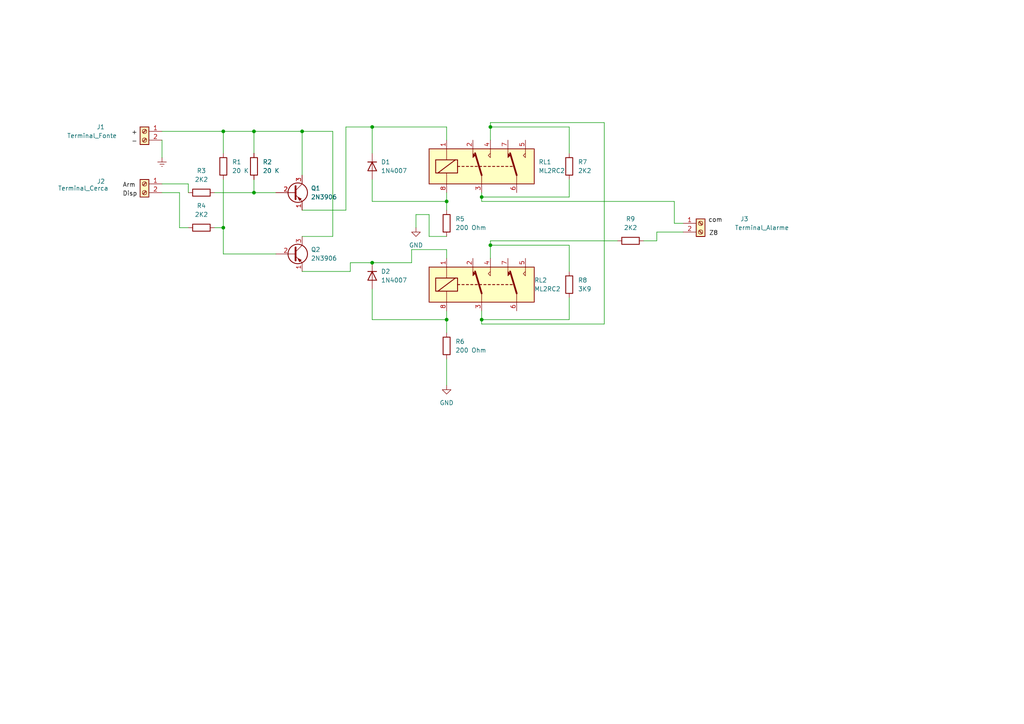
<source format=kicad_sch>
(kicad_sch (version 20211123) (generator eeschema)
  (paper "A4")
  (lib_symbols
    (symbol "Connector:Screw_Terminal_01x02" (pin_names (offset 1.016) hide)
      (property "Reference" "J" (at 0 2.54 0))
      (property "Value" "Screw_Terminal_01x02" (at 0 -5.08 0))
      (symbol "Screw_Terminal_01x02_1_1"
        (rectangle (start -1.27 1.27) (end 1.27 -3.81) (stroke (width 0.254)) (fill (type background)))
        (circle (center 0 -2.54) (radius 0.635) (stroke (width 0.1524)))
        (polyline (pts (xy -0.5334 -2.2098) (xy 0.3302 -3.048)) (stroke (width 0.1524)))
        (polyline (pts (xy -0.5334 0.3302) (xy 0.3302 -0.508)) (stroke (width 0.1524)))
        (polyline (pts (xy -0.3556 -2.032) (xy 0.508 -2.8702)) (stroke (width 0.1524)))
        (polyline (pts (xy -0.3556 0.508) (xy 0.508 -0.3302)) (stroke (width 0.1524)))
        (circle (center 0 0) (radius 0.635) (stroke (width 0.1524)))
        (pin passive line (at -5.08 0 0) (length 3.81) (name "Pin_1") (number "1"))
        (pin passive line (at -5.08 -2.54 0) (length 3.81) (name "Pin_2") (number "2"))
      )
    )
    (symbol "Device:R" (pin_numbers hide) (pin_names (offset 0))
      (property "Reference" "R" (at 2.032 0 90))
      (property "Value" "R" (at 0 0 90))
      (symbol "R_0_1"
        (rectangle (start -1.016 -2.54) (end 1.016 2.54) (stroke (width 0.254)))
      )
      (symbol "R_1_1"
        (pin passive line (at 0 3.81 270) (length 1.27) (name "~") (number "1"))
        (pin passive line (at 0 -3.81 90) (length 1.27) (name "~") (number "2"))
      )
    )
    (symbol "Diode:1N4007" (pin_numbers hide) (pin_names (offset 1.016) hide)
      (property "Reference" "D" (at 0 2.54 0))
      (property "Value" "1N4007" (at 0 -2.54 0))
      (symbol "1N4007_0_1"
        (polyline (pts (xy -1.27 1.27) (xy -1.27 -1.27)) (stroke (width 0.254)))
        (polyline (pts (xy 1.27 0) (xy -1.27 0)))
        (polyline (pts (xy 1.27 1.27) (xy 1.27 -1.27) (xy -1.27 0) (xy 1.27 1.27)) (stroke (width 0.254)))
      )
      (symbol "1N4007_1_1"
        (pin passive line (at -3.81 0 0) (length 2.54) (name "K") (number "1"))
        (pin passive line (at 3.81 0 180) (length 2.54) (name "A") (number "2"))
      )
    )
    (symbol "Relay:G2RL-2-ASI-DC12"
      (property "Reference" "RL" (at 16.51 3.81 0))
      (property "Value" "G2RL-2-ASI-DC12" (at 16.51 1.27 0))
      (symbol "G2RL-2-ASI-DC12_0_1"
        (rectangle (start -15.24 5.08) (end 15.24 -5.08) (stroke (width 0.254)) (fill (type background)))
        (rectangle (start -13.335 1.905) (end -6.985 -1.905) (stroke (width 0.254)))
        (polyline (pts (xy -12.7 -1.905) (xy -7.62 1.905)) (stroke (width 0.254)))
        (polyline (pts (xy -10.16 -5.08) (xy -10.16 -1.905)))
        (polyline (pts (xy -10.16 5.08) (xy -10.16 1.905)))
        (polyline (pts (xy -6.985 0) (xy -6.35 0)) (stroke (width 0.254)))
        (polyline (pts (xy -5.715 0) (xy -5.08 0)) (stroke (width 0.254)))
        (polyline (pts (xy -4.445 0) (xy -3.81 0)) (stroke (width 0.254)))
        (polyline (pts (xy -3.175 0) (xy -2.54 0)) (stroke (width 0.254)))
        (polyline (pts (xy -1.905 0) (xy -1.27 0)) (stroke (width 0.254)))
        (polyline (pts (xy -0.635 0) (xy 0 0)) (stroke (width 0.254)))
        (polyline (pts (xy 0 -2.54) (xy -1.905 3.81)) (stroke (width 0.508)))
        (polyline (pts (xy 0 -2.54) (xy 0 -5.08)))
        (polyline (pts (xy 0.635 0) (xy 1.27 0)) (stroke (width 0.254)))
        (polyline (pts (xy 1.905 0) (xy 2.54 0)) (stroke (width 0.254)))
        (polyline (pts (xy 3.175 0) (xy 3.81 0)) (stroke (width 0.254)))
        (polyline (pts (xy 4.445 0) (xy 5.08 0)) (stroke (width 0.254)))
        (polyline (pts (xy 5.715 0) (xy 6.35 0)) (stroke (width 0.254)))
        (polyline (pts (xy 6.985 0) (xy 7.62 0)) (stroke (width 0.254)))
        (polyline (pts (xy 8.255 0) (xy 8.89 0)) (stroke (width 0.254)))
        (polyline (pts (xy 10.16 -2.54) (xy 8.255 3.81)) (stroke (width 0.508)))
        (polyline (pts (xy 10.16 -2.54) (xy 10.16 -5.08)))
        (polyline (pts (xy -2.54 5.08) (xy -2.54 2.54) (xy -1.905 3.175) (xy -2.54 3.81)) (fill (type outline)))
        (polyline (pts (xy 2.54 5.08) (xy 2.54 2.54) (xy 1.905 3.175) (xy 2.54 3.81)))
        (polyline (pts (xy 7.62 5.08) (xy 7.62 2.54) (xy 8.255 3.175) (xy 7.62 3.81)) (fill (type outline)))
        (polyline (pts (xy 12.7 5.08) (xy 12.7 2.54) (xy 12.065 3.175) (xy 12.7 3.81)))
      )
      (symbol "G2RL-2-ASI-DC12_1_1"
        (pin passive line (at -10.16 7.62 270) (length 2.54) (name "~") (number "1"))
        (pin passive line (at -2.54 7.62 270) (length 2.54) (name "~") (number "2"))
        (pin passive line (at 0 -7.62 90) (length 2.54) (name "~") (number "3"))
        (pin passive line (at 2.54 7.62 270) (length 2.54) (name "~") (number "4"))
        (pin passive line (at 12.7 7.62 270) (length 2.54) (name "~") (number "5"))
        (pin passive line (at 10.16 -7.62 90) (length 2.54) (name "~") (number "6"))
        (pin passive line (at 7.62 7.62 270) (length 2.54) (name "~") (number "7"))
        (pin passive line (at -10.16 -7.62 90) (length 2.54) (name "~") (number "8"))
      )
    )
    (symbol "Transistor_BJT:2N3906" (pin_names (offset 0) hide)
      (property "Reference" "Q" (at 5.08 1.905 0))
      (property "Value" "2N3906" (at 5.08 0 0))
      (symbol "2N3906_0_1"
        (polyline (pts (xy 0.635 0.635) (xy 2.54 2.54)))
        (polyline (pts (xy 0.635 -0.635) (xy 2.54 -2.54) (xy 2.54 -2.54)))
        (polyline (pts (xy 0.635 1.905) (xy 0.635 -1.905) (xy 0.635 -1.905)) (stroke (width 0.508)))
        (polyline (pts (xy 2.286 -1.778) (xy 1.778 -2.286) (xy 1.27 -1.27) (xy 2.286 -1.778) (xy 2.286 -1.778)) (fill (type outline)))
        (circle (center 1.27 0) (radius 2.8194) (stroke (width 0.254)))
      )
      (symbol "2N3906_1_1"
        (pin passive line (at 2.54 -5.08 90) (length 2.54) (name "E") (number "1"))
        (pin input line (at -5.08 0 0) (length 5.715) (name "B") (number "2"))
        (pin passive line (at 2.54 5.08 270) (length 2.54) (name "C") (number "3"))
      )
    )
    (symbol "power:Earth" (power) (pin_names (offset 0))
      (symbol "Earth_0_1"
        (polyline (pts (xy -0.635 -1.905) (xy 0.635 -1.905)))
        (polyline (pts (xy -0.127 -2.54) (xy 0.127 -2.54)))
        (polyline (pts (xy 0 -1.27) (xy 0 0)))
        (polyline (pts (xy 1.27 -1.27) (xy -1.27 -1.27)))
      )
      (symbol "Earth_1_1"
        (pin power_in line (at 0 0 270) (length 0) hide (name "Earth") (number "1"))
      )
    )
    (symbol "power:GND" (power) (pin_names (offset 0))
      (property "Value" "GND" (at 0 -3.81 0))
      (symbol "GND_0_1"
        (polyline (pts (xy 0 0) (xy 0 -1.27) (xy 1.27 -1.27) (xy 0 -2.54) (xy -1.27 -1.27) (xy 0 -1.27)))
      )
      (symbol "GND_1_1"
        (pin power_in line (at 0 0 270) (length 0) hide (name "GND") (number "1"))
      )
    )
  )
  (junction (at 73.66 55.88))
  (junction (at 142.24 71.12))
  (junction (at 64.77 38.1))
  (junction (at 139.7 57.15))
  (junction (at 129.54 58.42))
  (junction (at 142.24 36.83))
  (junction (at 139.7 92.71))
  (junction (at 87.63 38.1))
  (junction (at 73.66 38.1))
  (junction (at 129.54 92.71))
  (junction (at 64.77 66.04))
  (junction (at 107.95 36.83))
  (junction (at 107.95 76.2))
  (wire (pts (xy 119.38 76.2) (xy 119.38 72.39)))
  (wire (pts (xy 73.66 38.1) (xy 73.66 44.45)))
  (wire (pts (xy 100.33 60.96) (xy 100.33 36.83)))
  (wire (pts (xy 129.54 92.71) (xy 129.54 96.52)))
  (wire (pts (xy 54.61 53.34) (xy 54.61 55.88)))
  (wire (pts (xy 139.7 92.71) (xy 165.1 92.71)))
  (wire (pts (xy 165.1 44.45) (xy 165.1 36.83)))
  (wire (pts (xy 107.95 36.83) (xy 129.54 36.83)))
  (wire (pts (xy 64.77 38.1) (xy 73.66 38.1)))
  (wire (pts (xy 129.54 58.42) (xy 129.54 60.96)))
  (wire (pts (xy 129.54 104.14) (xy 129.54 111.76)))
  (wire (pts (xy 62.23 66.04) (xy 64.77 66.04)))
  (wire (pts (xy 101.6 76.2) (xy 107.95 76.2)))
  (wire (pts (xy 46.99 55.88) (xy 52.07 55.88)))
  (wire (pts (xy 165.1 86.36) (xy 165.1 92.71)))
  (wire (pts (xy 96.52 38.1) (xy 96.52 68.58)))
  (wire (pts (xy 107.95 36.83) (xy 107.95 44.45)))
  (wire (pts (xy 139.7 93.98) (xy 175.26 93.98)))
  (wire (pts (xy 73.66 55.88) (xy 80.01 55.88)))
  (wire (pts (xy 52.07 55.88) (xy 52.07 66.04)))
  (wire (pts (xy 87.63 38.1) (xy 96.52 38.1)))
  (wire (pts (xy 165.1 52.07) (xy 165.1 57.15)))
  (wire (pts (xy 129.54 72.39) (xy 129.54 74.93)))
  (wire (pts (xy 87.63 38.1) (xy 87.63 50.8)))
  (wire (pts (xy 62.23 55.88) (xy 73.66 55.88)))
  (wire (pts (xy 100.33 36.83) (xy 107.95 36.83)))
  (wire (pts (xy 142.24 40.64) (xy 142.24 36.83)))
  (wire (pts (xy 139.7 57.15) (xy 139.7 55.88)))
  (wire (pts (xy 107.95 58.42) (xy 129.54 58.42)))
  (wire (pts (xy 107.95 76.2) (xy 119.38 76.2)))
  (wire (pts (xy 139.7 57.15) (xy 165.1 57.15)))
  (wire (pts (xy 64.77 38.1) (xy 64.77 44.45)))
  (wire (pts (xy 198.12 64.77) (xy 195.58 64.77)))
  (wire (pts (xy 64.77 66.04) (xy 64.77 73.66)))
  (wire (pts (xy 190.5 67.31) (xy 198.12 67.31)))
  (wire (pts (xy 124.46 62.23) (xy 120.65 62.23)))
  (wire (pts (xy 142.24 71.12) (xy 165.1 71.12)))
  (wire (pts (xy 142.24 71.12) (xy 142.24 74.93)))
  (wire (pts (xy 142.24 69.85) (xy 179.07 69.85)))
  (wire (pts (xy 186.69 69.85) (xy 190.5 69.85)))
  (wire (pts (xy 87.63 60.96) (xy 100.33 60.96)))
  (wire (pts (xy 142.24 69.85) (xy 142.24 71.12)))
  (wire (pts (xy 87.63 78.74) (xy 101.6 78.74)))
  (wire (pts (xy 139.7 90.17) (xy 139.7 92.71)))
  (wire (pts (xy 73.66 52.07) (xy 73.66 55.88)))
  (wire (pts (xy 107.95 92.71) (xy 129.54 92.71)))
  (wire (pts (xy 107.95 52.07) (xy 107.95 58.42)))
  (wire (pts (xy 129.54 36.83) (xy 129.54 40.64)))
  (wire (pts (xy 142.24 36.83) (xy 165.1 36.83)))
  (wire (pts (xy 52.07 66.04) (xy 54.61 66.04)))
  (wire (pts (xy 73.66 38.1) (xy 87.63 38.1)))
  (wire (pts (xy 139.7 58.42) (xy 139.7 57.15)))
  (wire (pts (xy 124.46 68.58) (xy 124.46 62.23)))
  (wire (pts (xy 195.58 64.77) (xy 195.58 58.42)))
  (wire (pts (xy 139.7 58.42) (xy 195.58 58.42)))
  (wire (pts (xy 107.95 83.82) (xy 107.95 92.71)))
  (wire (pts (xy 101.6 78.74) (xy 101.6 76.2)))
  (wire (pts (xy 165.1 78.74) (xy 165.1 71.12)))
  (wire (pts (xy 142.24 36.83) (xy 142.24 35.56)))
  (wire (pts (xy 46.99 38.1) (xy 64.77 38.1)))
  (wire (pts (xy 129.54 55.88) (xy 129.54 58.42)))
  (wire (pts (xy 87.63 68.58) (xy 96.52 68.58)))
  (wire (pts (xy 46.99 40.64) (xy 46.99 45.72)))
  (wire (pts (xy 129.54 90.17) (xy 129.54 92.71)))
  (wire (pts (xy 142.24 35.56) (xy 175.26 35.56)))
  (wire (pts (xy 46.99 53.34) (xy 54.61 53.34)))
  (wire (pts (xy 139.7 92.71) (xy 139.7 93.98)))
  (wire (pts (xy 64.77 52.07) (xy 64.77 66.04)))
  (wire (pts (xy 64.77 73.66) (xy 80.01 73.66)))
  (wire (pts (xy 129.54 68.58) (xy 124.46 68.58)))
  (wire (pts (xy 175.26 35.56) (xy 175.26 93.98)))
  (wire (pts (xy 119.38 72.39) (xy 129.54 72.39)))
  (wire (pts (xy 120.65 62.23) (xy 120.65 66.04)))
  (wire (pts (xy 190.5 69.85) (xy 190.5 67.31)))
  (label "+" (at 38.1 39.37 0))
  (label "Arm" (at 35.56 54.61 0))
  (label "Z8" (at 208.28 68.58 180))
  (label "com" (at 209.55 64.77 180))
  (label "Disp" (at 35.56 57.15 0))
  (label "-" (at 38.1 41.91 0))
  (symbol (lib_id "Device:R") (at 129.54 64.77 0) (unit 1)
    (property "Reference" "R5" (at 132.08 63.4999 0) (effects (justify left)))
    (property "Value" "200 Ohm" (at 132.08 66.0399 0) (effects (justify left)))
    (property "Footprint" "Resistor_THT:R_Axial_DIN0204_L3.6mm_D1.6mm_P7.62mm_Horizontal" (effects hide))
  )
  (symbol (lib_id "Diode:1N4007") (at 107.95 48.26 270) (unit 1)
    (property "Reference" "D1" (at 110.49 46.9899 90) (effects (justify left)))
    (property "Value" "1N4007" (at 110.49 49.5299 90) (effects (justify left)))
    (property "Footprint" "Diode_THT:D_DO-41_SOD81_P10.16mm_Horizontal" (effects hide))
    (property "Datasheet" "http://www.vishay.com/docs/88503/1n4001.pdf" (effects hide))
  )
  (symbol (lib_id "power:GND") (at 129.54 111.76 0) (unit 1)
    (property "Reference" "#PWR0103" (effects hide))
    (property "Value" "GND" (at 129.54 116.84 0))
  )
  (symbol (lib_id "power:GND") (at 120.65 66.04 0) (unit 1)
    (property "Reference" "#PWR0101" (effects hide))
    (property "Value" "GND" (at 120.65 71.12 0))
  )
  (symbol (lib_id "Device:R") (at 64.77 48.26 0) (unit 1)
    (property "Reference" "R1" (at 67.31 46.9899 0) (effects (justify left)))
    (property "Value" "20 K" (at 67.31 49.5299 0) (effects (justify left)))
    (property "Footprint" "Resistor_THT:R_Axial_DIN0204_L3.6mm_D1.6mm_P7.62mm_Horizontal" (effects hide))
  )
  (symbol (lib_id "Device:R") (at 58.42 55.88 90) (unit 1)
    (property "Reference" "R3" (at 58.42 49.53 90))
    (property "Value" "2K2" (at 58.42 52.07 90))
    (property "Footprint" "Resistor_THT:R_Axial_DIN0204_L3.6mm_D1.6mm_P7.62mm_Horizontal" (effects hide))
  )
  (symbol (lib_id "Device:R") (at 129.54 100.33 0) (unit 1)
    (property "Reference" "R6" (at 132.08 99.0599 0) (effects (justify left)))
    (property "Value" "200 Ohm" (at 132.08 101.5999 0) (effects (justify left)))
    (property "Footprint" "Resistor_THT:R_Axial_DIN0204_L3.6mm_D1.6mm_P7.62mm_Horizontal" (effects hide))
  )
  (symbol (lib_id "Diode:1N4007") (at 107.95 80.01 270) (unit 1)
    (property "Reference" "D2" (at 110.49 78.7399 90) (effects (justify left)))
    (property "Value" "1N4007" (at 110.49 81.2799 90) (effects (justify left)))
    (property "Footprint" "Diode_THT:D_DO-41_SOD81_P10.16mm_Horizontal" (effects hide))
    (property "Datasheet" "http://www.vishay.com/docs/88503/1n4001.pdf" (effects hide))
  )
  (symbol (lib_id "Connector:Screw_Terminal_01x02") (at 41.91 53.34 0) (mirror y) (unit 1)
    (property "Reference" "J2" (at 30.48 53.34 0) (effects (justify left bottom)))
    (property "Value" "Terminal_Cerca" (at 24.13 54.61 0))
    (property "Footprint" "Connector_Phoenix_MC_HighVoltage:PhoenixContact_MC_1,5_2-G-5.08_1x02_P5.08mm_Horizontal" (effects hide))
  )
  (symbol (lib_id "Connector:Screw_Terminal_01x02") (at 41.91 38.1 0) (mirror y) (unit 1)
    (property "Reference" "J1" (at 29.21 36.83 0))
    (property "Value" "Terminal_Fonte" (at 26.67 39.37 0))
    (property "Footprint" "Connector_Phoenix_MC_HighVoltage:PhoenixContact_MC_1,5_2-G-5.08_1x02_P5.08mm_Horizontal" (effects hide))
  )
  (symbol (lib_id "Device:R") (at 165.1 48.26 180) (unit 1)
    (property "Reference" "R7" (at 167.64 46.9899 0) (effects (justify right)))
    (property "Value" "2K2" (at 167.64 49.5299 0) (effects (justify right)))
    (property "Footprint" "Resistor_THT:R_Axial_DIN0204_L3.6mm_D1.6mm_P7.62mm_Horizontal" (effects hide))
  )
  (symbol (lib_id "Device:R") (at 58.42 66.04 270) (unit 1)
    (property "Reference" "R4" (at 58.42 59.69 90))
    (property "Value" "2K2" (at 58.42 62.23 90))
    (property "Footprint" "Resistor_THT:R_Axial_DIN0204_L3.6mm_D1.6mm_P7.62mm_Horizontal" (effects hide))
  )
  (symbol (lib_id "Transistor_BJT:2N3906") (at 85.09 73.66 0) (unit 1)
    (property "Reference" "Q2" (at 90.17 72.3899 0) (effects (justify left)))
    (property "Value" "2N3906" (at 90.17 74.9299 0) (effects (justify left)))
    (property "Footprint" "Package_TO_SOT_THT:TO-92_Inline" (effects hide))
    (property "Datasheet" "https://www.onsemi.com/pub/Collateral/2N3906-D.PDF" (effects hide))
  )
  (symbol (lib_id "Device:R") (at 73.66 48.26 0) (unit 1)
    (property "Reference" "R2" (at 76.2 46.9899 0) (effects (justify left)))
    (property "Value" "20 K" (at 76.2 49.5299 0) (effects (justify left)))
    (property "Footprint" "Resistor_THT:R_Axial_DIN0204_L3.6mm_D1.6mm_P7.62mm_Horizontal" (effects hide))
  )
  (symbol (lib_id "Device:R") (at 165.1 82.55 180) (unit 1)
    (property "Reference" "R8" (at 167.64 81.2799 0) (effects (justify right)))
    (property "Value" "3K9" (at 167.64 83.8199 0) (effects (justify right)))
    (property "Footprint" "Resistor_THT:R_Axial_DIN0204_L3.6mm_D1.6mm_P7.62mm_Horizontal" (effects hide))
  )
  (symbol (lib_id "Transistor_BJT:2N3906") (at 85.09 55.88 0) (unit 1)
    (property "Reference" "Q1" (at 90.17 54.6099 0) (effects (justify left)))
    (property "Value" "2N3906" (at 90.17 57.1499 0) (effects (justify left)))
    (property "Footprint" "Package_TO_SOT_THT:TO-92_Inline" (effects hide))
    (property "Datasheet" "https://www.onsemi.com/pub/Collateral/2N3906-D.PDF" (effects hide))
  )
  (symbol (lib_id "Connector:Screw_Terminal_01x02") (at 203.2 64.77 0) (unit 1)
    (property "Reference" "J3" (at 215.9 63.5 0))
    (property "Value" "Terminal_Alarme" (at 220.98 66.04 0))
    (property "Footprint" "Connector_Phoenix_MC_HighVoltage:PhoenixContact_MC_1,5_2-G-5.08_1x02_P5.08mm_Horizontal" (effects hide))
  )
  (symbol (lib_id "Relay:G2RL-2-ASI-DC12") (at 139.7 82.55 0) (unit 1)
    (property "Reference" "RL2" (at 154.94 81.28 0) (effects (justify left)))
    (property "Value" "ML2RC2" (at 154.94 83.82 0) (effects (justify left)))
    (property "Footprint" "Relay_THT:Relay_DPDT_Omron_G2RL" (effects hide))
    (property "Datasheet" "https://omronfs.omron.com/en_US/ecb/products/pdf/en-g2rl.pdf" (effects hide))
  )
  (symbol (lib_id "Relay:G2RL-2-ASI-DC12") (at 139.7 48.26 0) (unit 1)
    (property "Reference" "RL1" (at 156.21 46.9899 0) (effects (justify left)))
    (property "Value" "ML2RC2" (at 156.21 49.5299 0) (effects (justify left)))
    (property "Footprint" "Relay_THT:Relay_DPDT_Omron_G2RL" (effects hide))
    (property "Datasheet" "https://omronfs.omron.com/en_US/ecb/products/pdf/en-g2rl.pdf" (effects hide))
  )
  (symbol (lib_id "power:Earth") (at 46.99 45.72 0) (unit 1)
    (property "Reference" "#PWR0102" (effects hide))
    (property "Value" "Earth" (effects hide))
  )
  (symbol (lib_id "Device:R") (at 182.88 69.85 270) (unit 1)
    (property "Reference" "R9" (at 182.88 63.5 90))
    (property "Value" "2K2" (at 182.88 66.04 90))
    (property "Footprint" "Resistor_THT:R_Axial_DIN0204_L3.6mm_D1.6mm_P7.62mm_Horizontal" (effects hide))
  )
)
</source>
